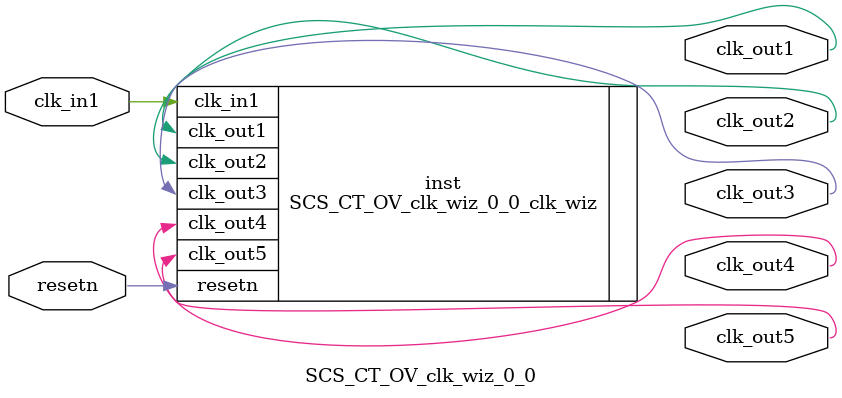
<source format=v>


`timescale 1ps/1ps

(* CORE_GENERATION_INFO = "SCS_CT_OV_clk_wiz_0_0,clk_wiz_v6_0_3_0_0,{component_name=SCS_CT_OV_clk_wiz_0_0,use_phase_alignment=true,use_min_o_jitter=false,use_max_i_jitter=false,use_dyn_phase_shift=false,use_inclk_switchover=false,use_dyn_reconfig=false,enable_axi=0,feedback_source=FDBK_AUTO,PRIMITIVE=MMCM,num_out_clk=5,clkin1_period=10.000,clkin2_period=10.000,use_power_down=false,use_reset=true,use_locked=false,use_inclk_stopped=false,feedback_type=SINGLE,CLOCK_MGR_TYPE=NA,manual_override=false}" *)

module SCS_CT_OV_clk_wiz_0_0 
 (
  // Clock out ports
  output        clk_out1,
  output        clk_out2,
  output        clk_out3,
  output        clk_out4,
  output        clk_out5,
  // Status and control signals
  input         resetn,
 // Clock in ports
  input         clk_in1
 );

  SCS_CT_OV_clk_wiz_0_0_clk_wiz inst
  (
  // Clock out ports  
  .clk_out1(clk_out1),
  .clk_out2(clk_out2),
  .clk_out3(clk_out3),
  .clk_out4(clk_out4),
  .clk_out5(clk_out5),
  // Status and control signals               
  .resetn(resetn), 
 // Clock in ports
  .clk_in1(clk_in1)
  );

endmodule

</source>
